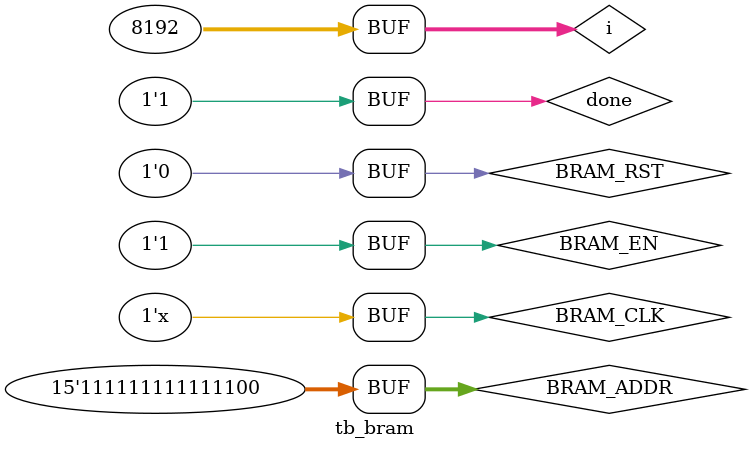
<source format=v>
`timescale 1ns / 1ps

module tb_bram;
    parameter integer BRAM_ADDR_WIDTH = 15; // 8192 entries of 4-byte data
    parameter INIT_FILE = "input.txt"; // Input file path 
    parameter OUT_FILE = "output.txt"; // output file path
    
    reg [BRAM_ADDR_WIDTH-1:0] BRAM_ADDR;
    reg BRAM_CLK;
    reg [31:0] BRAM_WRDATA;
    
    wire [31:0] BRAM_RDDATA; // output
    
    reg BRAM_EN;
    reg BRAM_RST;
    reg [3:0] BRAM_WE; // each of four bytes has its own write enable signal
    reg done;
    
    wire [31:0] read;
    
    integer i;
    initial begin
        BRAM_CLK <= 0;
        BRAM_RST <= 0;
        BRAM_EN <= 1;
        done <= 0;
        #4
        
        for(i=0; i<8192; i=i+1) begin
            BRAM_ADDR = i * 4;
            #4; // wait 5 clock cycle for visualizing
        end
        done = 1;
    end
    
    always #1 BRAM_CLK = ~BRAM_CLK;
    
    my_bram #(.BRAM_ADDR_WIDTH(15), .INIT_FILE(INIT_FILE), .OUT_FILE("") ) READ (BRAM_ADDR, BRAM_CLK, BRAM_WRDATA, BRAM_RDDATA, BRAM_EN, BRAM_RST, 4'b0000, done);
    my_bram #(.BRAM_ADDR_WIDTH(15), .INIT_FILE(""), .OUT_FILE("output.txt") ) WRITE (BRAM_ADDR, BRAM_CLK, BRAM_RDDATA, read, BRAM_EN, BRAM_RST, 4'b1111, done);
        
    
endmodule

</source>
